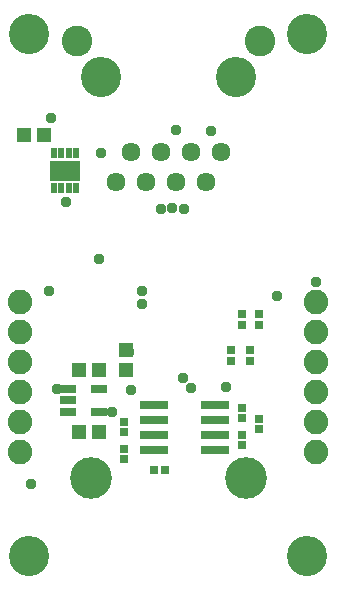
<source format=gbr>
G04 EAGLE Gerber RS-274X export*
G75*
%MOMM*%
%FSLAX34Y34*%
%LPD*%
%INSoldermask Bottom*%
%IPPOS*%
%AMOC8*
5,1,8,0,0,1.08239X$1,22.5*%
G01*
%ADD10C,3.403200*%
%ADD11R,1.303200X1.203200*%
%ADD12R,1.203200X1.303200*%
%ADD13C,1.611200*%
%ADD14C,2.603200*%
%ADD15R,0.803200X0.803200*%
%ADD16R,1.403200X0.753200*%
%ADD17R,2.403200X0.803200*%
%ADD18R,0.553200X0.953200*%
%ADD19R,2.603200X1.803200*%
%ADD20C,3.530600*%
%ADD21C,2.082800*%
%ADD22C,0.959600*%


D10*
X25400Y467360D03*
X260858Y467360D03*
X260858Y25400D03*
X25400Y25400D03*
D11*
X84192Y182372D03*
X67192Y182372D03*
X84192Y130302D03*
X67192Y130302D03*
D12*
X107188Y182762D03*
X107188Y199762D03*
D10*
X200279Y430784D03*
X85979Y430784D03*
D13*
X98679Y341884D03*
X124079Y341884D03*
X149479Y341884D03*
X174879Y341884D03*
X162179Y367284D03*
X136779Y367284D03*
X111379Y367284D03*
X187579Y367284D03*
D14*
X220629Y461284D03*
X65629Y461284D03*
D15*
X220218Y132660D03*
X220218Y141660D03*
X105664Y130120D03*
X105664Y139120D03*
X219964Y221052D03*
X219964Y230052D03*
X212598Y199318D03*
X212598Y190318D03*
X196342Y199318D03*
X196342Y190318D03*
X205232Y221052D03*
X205232Y230052D03*
X205486Y141804D03*
X205486Y150804D03*
X105664Y107260D03*
X105664Y116260D03*
D16*
X58119Y147472D03*
X58119Y156972D03*
X58119Y166472D03*
X84121Y166472D03*
X84121Y147472D03*
D17*
X182972Y140716D03*
X130972Y140716D03*
X182972Y153416D03*
X182972Y128016D03*
X182972Y115316D03*
X130972Y153416D03*
X130972Y128016D03*
X130972Y115316D03*
D15*
X205486Y118944D03*
X205486Y127944D03*
X140136Y98044D03*
X131136Y98044D03*
D18*
X65126Y336536D03*
X58626Y336536D03*
X52126Y336536D03*
X46126Y336536D03*
X65126Y366536D03*
X58626Y366536D03*
X52126Y366536D03*
X46126Y366536D03*
D19*
X55626Y351536D03*
D11*
X37710Y382016D03*
X20710Y382016D03*
D20*
X208788Y91440D03*
X77470Y91440D03*
D21*
X268478Y113030D03*
X268478Y138430D03*
X268478Y163830D03*
X268478Y189230D03*
X268478Y214630D03*
X268478Y240030D03*
X17780Y113030D03*
X17780Y138430D03*
X17780Y163830D03*
X17780Y189230D03*
X17780Y214630D03*
X17780Y240030D03*
D22*
X234950Y245364D03*
X149606Y385572D03*
X179324Y385318D03*
X84074Y277114D03*
X109474Y198120D03*
X41910Y249428D03*
X95504Y147320D03*
X43434Y396494D03*
X111760Y165862D03*
X56642Y325374D03*
X48514Y166370D03*
X146558Y320040D03*
X136906Y319278D03*
X86106Y366776D03*
X267970Y257556D03*
X156718Y319024D03*
X162560Y167386D03*
X155702Y175768D03*
X120904Y249936D03*
X120904Y239014D03*
X192024Y168148D03*
X27178Y86614D03*
M02*

</source>
